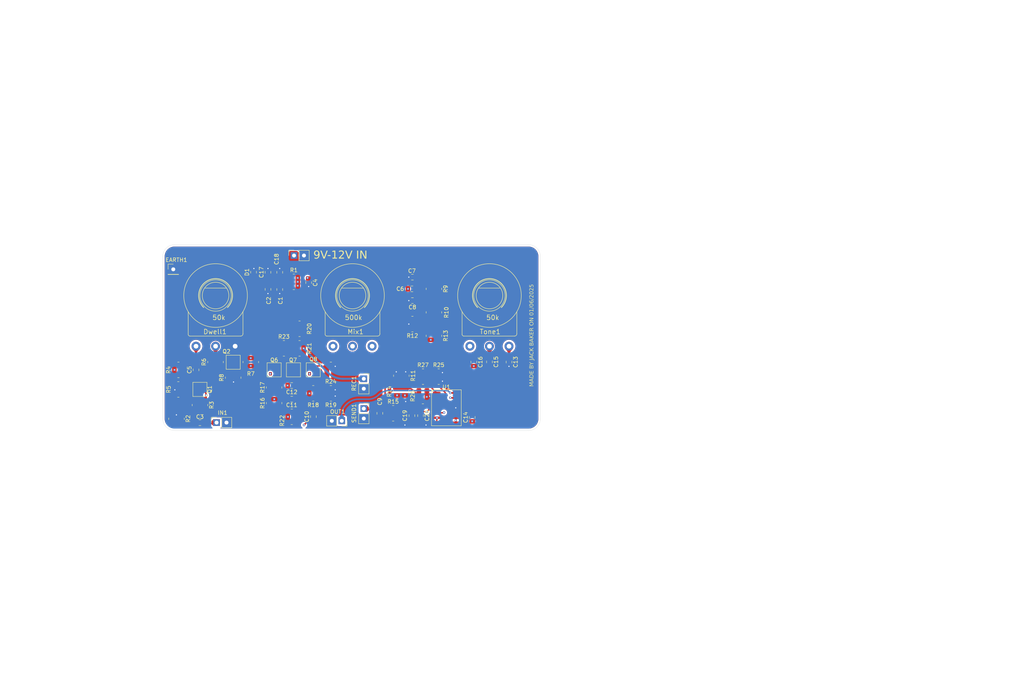
<source format=kicad_pcb>
(kicad_pcb (version 20240108) (generator "pcbnew") (generator_version "8.0")
  (layers (0 "F.Cu" signal) (1 "In1.Cu" signal) (2 "In2.Cu" signal) (31 "B.Cu" signal) (34 "B.Paste" user) (35 "F.Paste" user) (36 "B.SilkS" user "B.Silkscreen") (37 "F.SilkS" user "F.Silkscreen") (38 "B.Mask" user) (39 "F.Mask" user) (44 "Edge.Cuts" user))
  (net 0 "")
  (net 1 "GND")
  (net 2 "VCC_Raw")
  (net 3 "Net-(IN1-Pin_1)")
  (net 4 "VCC")
  (net 5 "Net-(C5-Pad2)")
  (net 6 "Net-(Q1-D)")
  (net 7 "Net-(C6-Pad2)")
  (net 8 "Net-(Q2-D)")
  (net 9 "Net-(C9-Pad1)")
  (net 10 "Net-(Q8-G)")
  (net 11 "Net-(Q1-G)")
  (net 12 "Net-(Q6-S)")
  (net 13 "Net-(Q6-G)")
  (net 14 "Net-(U1C-+)")
  (net 15 "Net-(C15-Pad1)")
  (net 16 "Net-(Dwell1-Pad2)")
  (net 17 "Net-(OUT1-Pin_1)")
  (net 18 "Net-(Q1-S)")
  (net 19 "Net-(Q2-S)")
  (net 20 "Net-(Q2-G)")
  (net 21 "Net-(U1B-+)")
  (net 22 "Net-(U1B--)")
  (net 23 "Net-(Q7-S)")
  (net 24 "Net-(Q7-G)")
  (net 25 "Net-(Q8-S)")
  (net 26 "Net-(R10-Pad1)")
  (net 27 "Net-(C3-Pad2)")
  (net 28 "Net-(C8-Pad1)")
  (net 29 "Net-(C12-Pad2)")
  (net 30 "Net-(SEND1-Pin_1)")
  (net 31 "Net-(REC1-Pin_1)")
  (net 32 "Net-(C13-Pad1)")
  (net 33 "Net-(U1C--)")
  (net 34 "Net-(U1A--)")
  (net 35 "Net-(U1A-+)")
  (net 36 "Vref")
  (net 37 "Net-(U1D--)")
  (footprint "Resistor_SMD:R_0815_2038Metric_Pad1.20x4.05mm_HandSolder" (layer "F.Cu") (at 135.0425 112.235)
    (property "Reference" "R25")
    (property "Value" "10k")
  )
  (footprint "PCM_Package_TO_SOT_SMD_AKL:SOT-23" (layer "F.Cu") (at 102.975001 110.5 90)
    (property "Reference" "Q8")
    (property "Value" "Q_NJFET_DGS" (hide yes))
  )
  (footprint "Resistor_SMD:R_0815_2038Metric_Pad1.20x4.05mm_HandSolder" (layer "F.Cu") (at 78.012501 108.5 90)
    (property "Reference" "R6")
    (property "Value" "10k")
  )
  (footprint "Connector_PinSocket_2.54mm:PinSocket_1x02_P2.54mm_Vertical" (layer "F.Cu") (at 110.262501 123.525 -90)
    (property "Reference" "OUT1")
    (property "Value" "Conn_01x02" (hide yes))
  )
  (footprint "Capacitor_SMD:C_0805_2012Metric_Pad1.18x1.45mm_HandSolder" (layer "F.Cu") (at 143.6 122.6375 90)
    (property "Reference" "C14")
    (property "Value" "100n")
  )
  (footprint "Capacitor_SMD:C_0805_2012Metric_Pad1.18x1.45mm_HandSolder" (layer "F.Cu") (at 97.475001 114.5 180)
    (property "Reference" "C12")
    (property "Value" "100u")
  )
  (footprint "Capacitor_SMD:C_0805_2012Metric_Pad1.18x1.45mm_HandSolder" (layer "F.Cu") (at 94.412501 85.5625 90)
    (property "Reference" "C18")
    (property "Value" "100u")
  )
  (footprint "Resistor_SMD:R_0815_2038Metric_Pad1.20x4.05mm_HandSolder" (layer "F.Cu") (at 68.012501 123 -90)
    (property "Reference" "R2")
    (property "Value" "1M")
  )
  (footprint "Capacitor_SMD:C_0805_2012Metric_Pad1.18x1.45mm_HandSolder" (layer "F.Cu") (at 101.812501 88.2 -90)
    (property "Reference" "C4")
    (property "Value" "100u")
  )
  (footprint "Resistor_SMD:R_0815_2038Metric_Pad1.20x4.05mm_HandSolder" (layer "F.Cu") (at 102.975001 116.5 180)
    (property "Reference" "R18")
    (property "Value" "2M2")
  )
  (footprint "Resistor_SMD:R_0815_2038Metric_Pad1.20x4.05mm_HandSolder" (layer "F.Cu") (at 125.3975 116.024999 90)
    (property "Reference" "R14")
    (property "Value" "10k")
  )
  (footprint "Capacitor_SMD:C_0805_2012Metric_Pad1.18x1.45mm_HandSolder" (layer "F.Cu") (at 148.012501 108.4625 -90)
    (property "Reference" "C15")
    (property "Value" "220p")
  )
  (footprint "Resistor_SMD:R_0815_2038Metric_Pad1.20x4.05mm_HandSolder" (layer "F.Cu") (at 68.487502 115.5)
    (property "Reference" "R5")
    (property "Value" "390r")
  )
  (footprint "Resistor_SMD:R_0815_2038Metric_Pad1.20x4.05mm_HandSolder" (layer "F.Cu") (at 133.816026 89.799966 90)
    (property "Reference" "R9")
    (property "Value" "10k")
  )
  (footprint "Resistor_SMD:R_0815_2038Metric_Pad1.20x4.05mm_HandSolder" (layer "F.Cu") (at 92.975001 115 90)
    (property "Reference" "R17")
    (property "Value" "2M2")
  )
  (footprint "PCM_Package_TO_SOT_SMD_AKL:SOT-23" (layer "F.Cu") (at 92.975001 110.5 90)
    (property "Reference" "Q6")
    (property "Value" "Q_NJFET_DGS" (hide yes))
  )
  (footprint "Capacitor_SMD:C_0805_2012Metric_Pad1.18x1.45mm_HandSolder" (layer "F.Cu") (at 87.722501 85.525 90)
    (property "Reference" "D1")
    (property "Value" "D")
  )
  (footprint "PCM_Package_SO_AKL:SOIC-14_3.9x8.7mm_P1.27mm" (layer "F.Cu") (at 136.9975 120.2)
    (property "Reference" "U1")
    (property "Value" "OPA4991" (hide yes))
  )
  (footprint "Connector_PinSocket_2.54mm:PinSocket_1x02_P2.54mm_Vertical" (layer "F.Cu") (at 78.262501 123.975 90)
    (property "Reference" "IN1")
    (property "Value" "Conn_01x02" (hide yes))
  )
  (footprint "Resistor_SMD:R_0815_2038Metric_Pad1.20x4.05mm_HandSolder" (layer "F.Cu") (at 133.816027 101.799967 90)
    (property "Reference" "R13")
    (property "Value" "10k")
  )
  (footprint "Resistor_SMD:R_0815_2038Metric_Pad1.20x4.05mm_HandSolder" (layer "F.Cu") (at 99.475001 100 180)
    (property "Reference" "R20")
    (property "Value" "1M")
  )
  (footprint "PCM_4ms_Potentiometer:Pot_16mm_NoDet_RV16AF-4A" (layer "F.Cu") (at 113.012501 91.5)
    (property "Reference" "Mix1")
    (property "Value" "500k")
  )
  (footprint "Capacitor_SMD:C_0805_2012Metric_Pad1.18x1.45mm_HandSolder" (layer "F.Cu") (at 144.012501 108.5 -90)
    (property "Reference" "C16")
    (property "Value" "220p")
  )
  (footprint "Resistor_SMD:R_0815_2038Metric_Pad1.20x4.05mm_HandSolder" (layer "F.Cu") (at 125.484999 112 90)
    (property "Reference" "R11")
    (property "Value" "10k")
  )
  (footprint "Resistor_SMD:R_0815_2038Metric_Pad1.20x4.05mm_HandSolder" (layer "F.Cu") (at 99.475001 105)
    (property "Reference" "R21")
    (property "Value" "10k")
  )
  (footprint "Resistor_SMD:R_0815_2038Metric_Pad1.20x4.05mm_HandSolder" (layer "F.Cu") (at 74.012501 119.5 -90)
    (property "Reference" "R3")
    (property "Value" "10k")
  )
  (footprint "Capacitor_SMD:C_0805_2012Metric_Pad1.18x1.45mm_HandSolder" (layer "F.Cu") (at 94.412501 89.9625 -90)
    (property "Reference" "C1")
    (property "Value" "100u")
  )
  (footprint "Resistor_SMD:R_0815_2038Metric_Pad1.20x4.05mm_HandSolder" (layer "F.Cu") (at 68.512501 110.5 180)
    (property "Reference" "R4")
    (property "Value" "2k2")
  )
  (footprint "Connector_PinSocket_2.54mm:PinSocket_1x02_P2.54mm_Vertical" (layer "F.Cu") (at 115.892501 112.78)
    (property "Reference" "REC1")
    (property "Value" "Conn_01x02")
  )
  (footprint "Resistor_SMD:R_0815_2038Metric_Pad1.20x4.05mm_HandSolder" (layer "F.Cu") (at 95.475001 105)
    (property "Reference" "R23")
    (property "Value" "390r")
  )
  (footprint "Resistor_SMD:R_0815_2038Metric_Pad1.20x4.05mm_HandSolder" (layer "F.Cu") (at 92.975001 119 90)
    (property "Reference" "R16")
    (property "Value" "2M2")
  )
  (footprint "Capacitor_SMD:C_0805_2012Metric_Pad1.18x1.45mm_HandSolder" (layer "F.Cu") (at 97.475001 118)
    (property "Reference" "C11")
    (property "Value" "100u")
  )
  (footprint "PCM_Package_TO_SOT_SMD_AKL:SOT-23" (layer "F.Cu") (at 97.919918 110.500001 90)
    (property "Reference" "Q7")
    (property "Value" "Q_NJFET_DGS" (hide yes))
  )
  (footprint "Capacitor_SMD:C_0805_2012Metric_Pad1.18x1.45mm_HandSolder" (layer "F.Cu") (at 103.012501 122.4625 90)
    (property "Reference" "C10")
    (property "Value" "100n")
  )
  (footprint "Resistor_SMD:R_0815_2038Metric_Pad1.20x4.05mm_HandSolder" (layer "F.Cu") (at 98.012501 88)
    (property "Reference" "R1")
    (property "Value" "22r")
  )
  (footprint "Capacitor_SMD:C_0805_2012Metric_Pad1.18x1.45mm_HandSolder" (layer "F.Cu") (at 128.316027 92.799967 180)
    (property "Reference" "C8")
    (property "Value" "100u")
  )
  (footprint "Capacitor_SMD:C_0805_2012Metric_Pad1.18x1.45mm_HandSolder" (layer "F.Cu") (at 128.2 122.2 -90)
    (property "Reference" "C19")
    (property "Value" "100u")
  )
  (footprint "PCM_4ms_Potentiometer:Pot_16mm_NoDet_RV16AF-4A" (layer "F.Cu") (at 78.012501 91.5)
    (property "Reference" "Dwell1")
    (property "Value" "50k")
  )
  (footprint "Capacitor_SMD:C_0805_2012Metric_Pad1.18x1.45mm_HandSolder" (layer "F.Cu") (at 91.412501 89.925 -90)
    (property "Reference" "C2")
    (property "Value" "100n")
  )
  (footprint "Resistor_SMD:R_0815_2038Metric_Pad1.20x4.05mm_HandSolder" (layer "F.Cu") (at 133.816027 95.799968 90)
    (property "Reference" "R10")
    (property "Value" "10k")
  )
  (footprint "Resistor_SMD:R_0815_2038Metric_Pad1.20x4.05mm_HandSolder" (layer "F.Cu") (at 107.475001 110.500001 180)
    (property "Reference" "R24")
    (property "Value" "100k")
  )
  (footprint "PCM_Package_TO_SOT_SMD_AKL:SOT-23" (layer "F.Cu") (at 82.512501 108.55)
    (property "Reference" "Q2")
    (property "Value" "Q_NJFET_DGS" (hide yes))
  )
  (footprint "Resistor_SMD:R_0815_2038Metric_Pad1.20x4.05mm_HandSolder" (layer "F.Cu") (at 87.012501 108.5 -90)
    (property "Reference" "R7")
    (property "Value" "2k2")
  )
  (footprint "Resistor_SMD:R_0815_2038Metric_Pad1.20x4.05mm_HandSolder" (layer "F.Cu") (at 131.025 112.235)
    (property "Reference" "R27")
    (property "Value" "10k")
  )
  (footprint "Capacitor_SMD:C_0805_2012Metric_Pad1.18x1.45mm_HandSolder" (layer "F.Cu") (at 128.316027 86.799967 180)
    (property "Reference" "C7")
    (property "Value" "22n")
  )
  (footprint "Capacitor_SMD:C_0805_2012Metric_Pad1.18x1.45mm_HandSolder" (layer "F.Cu") (at 130.4 122.2 -90)
    (property "Reference" "C20")
    (property "Value" "100n")
  )
  (footprint "Resistor_SMD:R_0815_2038Metric_Pad1.20x4.05mm_HandSolder" (layer "F.Cu") (at 131 117.2)
    (property "Reference" "R26")
    (property "Value" "1M")
  )
  (footprint "Resistor_SMD:R_0815_2038Metric_Pad1.20x4.05mm_HandSolder" (layer "F.Cu") (at 82.512501 112.5 90)
    (property "Reference" "R8")
    (property "Value" "390r")
  )
  (footprint "Capacitor_SMD:C_0805_2012Metric_Pad1.18x1.45mm_HandSolder" (layer "F.Cu") (at 120 121.6 -90)
    (property "Reference" "C9")
    (property "Value" "100u")
  )
  (footprint "Resistor_SMD:R_0815_2038Metric_Pad1.20x4.05mm_HandSolder" (layer "F.Cu") (at 123.4 121.6)
    (property "Reference" "R15")
    (property "Value" "10k")
  )
  (footprint "Resistor_SMD:R_0815_2038Metric_Pad1.20x4.05mm_HandSolder" (layer "F.Cu") (at 97.475001 122.5 180)
    (property "Reference" "R22")
    (property "Value" "100k")
  )
  (footprint "Connector_PinHeader_2.54mm:PinHeader_1x01_P2.54mm_Vertical" (layer "F.Cu") (at 67.2 84.8)
    (property "Reference" "EARTH1")
    (property "Value" "Conn_01x01")
  )
  (footprint "Capacitor_SMD:C_0805_2012Metric_Pad1.18x1.45mm_HandSolder" (layer "F.Cu") (at 128.2 89.8)
    (property "Reference" "C6")
    (property "Value" "100n")
  )
  (footprint "PCM_Package_TO_SOT_SMD_AKL:SOT-23" (layer "F.Cu") (at 74.012501 115.5 -90)
    (property "Reference" "Q1")
    (property "Value" "Q_NJFET_DGS" (hide yes))
  )
  (footprint "PCM_4ms_Potentiometer:Pot_16mm_NoDet_RV16AF-4A" (layer "F.Cu") (at 148.012501 91.5)
    (property "Reference" "Tone1")
    (property "Value" "50k")
  )
  (footprint "Resistor_SMD:R_0815_2038Metric_Pad1.20x4.05mm_HandSolder" (layer "F.Cu") (at 128.316027 98.799965 180)
    (property "Reference" "R12")
    (property "Value" "4k7")
  )
  (footprint "Resistor_SMD:R_0815_2038Metric_Pad1.20x4.05mm_HandSolder" (layer "F.Cu") (at 107.475001 116.5 180)
    (property "Reference" "R19")
    (property "Value" "2M2")
  )
  (footprint "Capacitor_SMD:C_0805_2012Metric_Pad1.18x1.45mm_HandSolder" (layer "F.Cu") (at 153.012501 108.5 -90)
    (property "Reference" "C13")
    (property "Value" "10n")
  )
  (footprint "Connector_PinSocket_2.54mm:PinSocket_1x02_P2.54mm_Vertical" (layer "F.Cu") (at 115.892501 120.4)
    (property "Reference" "SEND1")
    (property "Value" "Conn_01x02")
  )
  (footprint "Capacitor_SMD:C_0805_2012Metric_Pad1.18x1.45mm_HandSolder" (layer "F.Cu") (at 73.012501 110.5 90)
    (property "Reference" "C5")
    (property "Value" "10n")
  )
  (footprint "Capacitor_SMD:C_0805_2012Metric_Pad1.18x1.45mm_HandSolder" (layer "F.Cu") (at 74.012501 124 180)
    (property "Reference" "C3")
    (property "Value" "100n")
  )
  (footprint "Capacitor_SMD:C_0805_2012Metric_Pad1.18x1.45mm_HandSolder" (layer "F.Cu") (at 91.402501 85.5625 90)
    (property "Reference" "C17")
    (property "Value" "100u")
  )
  (footprint "Connector_PinSocket_2.54mm:PinSocket_1x02_P2.54mm_Vertical" (layer "F.Cu") (at 98.062501 81.275 90)
    (property "Reference" "JPWR1" (hide yes))
    (property "Value" "Conn_01x02")
  )
  (gr_arc (start 161.012501 123) (mid 160.133821 125.12132) (end 158.012501 126) (stroke (width 0.05)) (layer "Edge.Cuts"))
  (gr_arc (start 67.512501 126) (mid 65.391181 125.12132) (end 64.512501 123) (stroke (width 0.05)) (layer "Edge.Cuts"))
  (gr_arc (start 158.012501 78.5) (mid 160.133821 79.37868) (end 161.012501 81.5) (stroke (width 0.05)) (layer "Edge.Cuts"))
  (gr_line (start 158.012501 126) (end 67.512501 126) (stroke (width 0.05)) (layer "Edge.Cuts"))
  (gr_line (start 64.512501 123) (end 64.512501 81.5) (stroke (width 0.05)) (layer "Edge.Cuts"))
  (gr_arc (start 64.512501 81.5) (mid 65.391181 79.37868) (end 67.512501 78.5) (stroke (width 0.05)) (layer "Edge.Cuts"))
  (gr_line (start 67.512501 78.5) (end 158.012501 78.5) (stroke (width 0.05)) (layer "Edge.Cuts"))
  (gr_line (start 161.012501 81.5) (end 161.012501 123) (stroke (width 0.05)) (layer "Edge.Cuts"))
  (gr_text "MADE BY JACK BAKER ON 01/06/2025" (at 159.4 114.8 90) (layer "F.SilkS") (effects (font (size 1 1) (thickness 0.1)) (justify left bottom)))
  (gr_text "9V-12V IN" (at 103 82.4 0) (layer "F.SilkS") (effects (font (size 2 2) (thickness 0.1)) (justify left bottom)))
  (via (at 126.6 111) (size 0.6) (drill 0.3) (layers "F.Cu" "B.Cu") (net 1))
  (via (at 68 122) (size 0.6) (drill 0.3) (layers "F.Cu" "B.Cu") (net 1))
  (via (at 136 113.4) (size 0.6) (drill 0.3) (layers "F.Cu" "B.Cu") (net 1))
  (via (at 108.6 115.6) (size 0.6) (drill 0.3) (layers "F.Cu" "B.Cu") (net 1))
  (via (at 101.8 89.2) (size 0.6) (drill 0.3) (layers "F.Cu" "B.Cu") (net 1))
  (via (at 139.4 120.2) (size 0.6) (drill 0.3) (layers "F.Cu" "B.Cu") (net 1))
  (via (at 131.8 124.6) (size 0.6) (drill 0.3) (layers "F.Cu" "B.Cu") (net 1))
  (via (at 108.6 109.6) (size 0.6) (drill 0.3) (layers "F.Cu" "B.Cu") (net 1))
  (via (at 91.4 91) (size 0.6) (drill 0.3) (layers "F.Cu" "B.Cu") (net 1))
  (via (at 153 109.6) (size 0.6) (drill 0.3) (layers "F.Cu" "B.Cu") (net 1))
  (via (at 136 111.2) (size 0.6) (drill 0.3) (layers "F.Cu" "B.Cu") (net 1))
  (via (at 127.4 92.8) (size 0.6) (drill 0.3) (layers "F.Cu" "B.Cu") (net 1))
  (via (at 94.4 91) (size 0.6) (drill 0.3) (layers "F.Cu" "B.Cu") (net 1))
  (via (at 87.8 84.6) (size 0.6) (drill 0.3) (layers "F.Cu" "B.Cu") (net 1))
  (via (at 82.6 113.6) (size 0.6) (drill 0.3) (layers "F.Cu" "B.Cu") (net 1))
  (via (at 94.4 84.6) (size 0.6) (drill 0.3) (layers "F.Cu" "B.Cu") (net 1))
  (via (at 124.2 111) (size 0.6) (drill 0.3) (layers "F.Cu" "B.Cu") (net 1))
  (via (at 126.4 124.6) (size 0.6) (drill 0.3) (layers "F.Cu" "B.Cu") (net 1))
  (via (at 126.6 118.6) (size 0.6) (drill 0.3) (layers "F.Cu" "B.Cu") (net 1))
  (via (at 108.6 117.2) (size 0.6) (drill 0.3) (layers "F.Cu" "B.Cu") (net 1))
  (via (at 127.4 98.8) (size 0.6) (drill 0.3) (layers "F.Cu" "B.Cu") (net 1))
  (via (at 67.6 115.6) (size 0.6) (drill 0.3) (layers "F.Cu" "B.Cu") (net 1))
  (via (at 91.4 84.6) (size 0.6) (drill 0.3) (layers "F.Cu" "B.Cu") (net 1))
  (via (at 127.4 86.8) (size 0.6) (drill 0.3) (layers "F.Cu" "B.Cu") (net 1))
  (segment (start 78.219823 124) (end 75.050001 124) (width 0.35) (layer "F.Cu") (net 3))
  (segment (start 78.250001 123.9875) (end 78.262501 123.975) (width 0.35) (layer "F.Cu") (net 3))
  (arc (start 78.219823 124) (mid 78.236155 123.996751) (end 78.250001 123.9875) (width 0.35) (layer "F.Cu") (net 3))
  (segment (start 133.707106 120.2) (end 134.5225 120.2) (width 0.35) (layer "F.Cu") (net 4))
  (segment (start 131.98125 121.18125) (end 132 121.2) (width 0.35) (layer "F.Cu") (net 4))
  (segment (start 131.935983 121.1625) (end 128.2 121.1625) (width 0.35) (layer "F.Cu") (net 4))
  (segment (start 132 121.2) (end 132.5 120.7) (width 0.35) (layer "F.Cu") (net 4))
  (via (at 96.512501 122.5) (size 0.6) (drill 0.3) (layers "F.Cu" "B.Cu") (net 4))
  (via (at 92 111.5) (size 0.6) (drill 0.3) (layers "F.Cu" "B.Cu") (net 4))
  (via (at 87.012501 109.5) (size 0.6) (drill 0.3) (layers "F.Cu" "B.Cu") (net 4))
  (via (at 143.6 123.6375) (size 0.6) (drill 0.3) (layers "F.Cu" "B.Cu") (net 4))
  (via (at 102.012501 111.5) (size 0.6) (drill 0.3) (layers "F.Cu" "B.Cu") (net 4))
  (via (at 124.4 117) (size 0.6) (drill 0.3) (layers "F.Cu" "B.Cu") (net 4))
  (via (at 99.012501 87) (size 0.6) (drill 0.3) (layers "F.Cu" "B.Cu") (net 4))
  (via (at 99.012501 89) (size 0.6) (drill 0.3) (layers "F.Cu" "B.Cu") (net 4))
  (via (at 102.012501 116.5) (size 0.6) (drill 0.3) (layers "F.Cu" "B.Cu") (net 4))
  (via (at 132 121.2) (size 0.6) (drill 0.3) (layers "F.Cu" "B.Cu") (net 4))
  (via (at 67.512501 110.5) (size 0.6) (drill 0.3) (layers "F.Cu" "B.Cu") (net 4))
  (via (at 126.4 117) (size 0.6) (drill 0.3) (layers "F.Cu" "B.Cu") (net 4))
  (via (at 101.512501 87) (size 0.6) (drill 0.3) (layers "F.Cu" "B.Cu") (net 4))
  (via (at 93.012501 118) (size 0.6) (drill 0.3) (layers "F.Cu" "B.Cu") (net 4))
  (via (at 99.012501 88) (size 0.6) (drill 0.3) (layers "F.Cu" "B.Cu") (net 4))
  (arc (start 131.98125 121.18125) (mid 131.960481 121.167372) (end 131.935983 121.1625) (width 0.35) (layer "F.Cu") (net 4))
  (arc (start 133.707106 120.2) (mid 133.053825 120.329945) (end 132.5 120.7) (width 0.35) (layer "F.Cu") (net 4))
  (segment (start 73.012501 104.454) (end 73.012501 109.4625) (width 0.35) (layer "F.Cu") (net 5))
  (segment (start 72.881251 111.5375) (end 71.308623 111.5375) (width 0.35) (layer "F.Cu") (net 6))
  (segment (start 74.697335 113.484834) (end 73.105308 111.892807) (width 0.35) (layer "F.Cu") (net 6))
  (segment (start 70.05625 111.01875) (end 69.5375 110.5) (width 0.35) (layer "F.Cu") (net 6))
  (segment (start 74.962501 114.125) (end 74.962501 114.5) (width 0.35) (layer "F.Cu") (net 6))
  (arc (start 73.012501 111.66875) (mid 73.03662 111.790008) (end 73.105308 111.892807) (width 0.35) (layer "F.Cu") (net 6))
  (arc (start 71.308623 111.5375) (mid 70.630843 111.402681) (end 70.05625 111.01875) (width 0.35) (layer "F.Cu") (net 6))
  (arc (start 73.012501 111.66875) (mid 72.974058 111.575942) (end 72.881251 111.5375) (width 0.35) (layer "F.Cu") (net 6))
  (arc (start 74.697335 113.484834) (mid 74.893586 113.778544) (end 74.962501 114.125) (width 0.35) (layer "F.Cu") (net 6))
  (segment (start 129.750016 89.287483) (end 129.2375 89.8) (width 0.35) (layer "F.Cu") (net 7))
  (segment (start 132.644454 88.774967) (end 130.98734 88.774967) (width 0.35) (layer "F.Cu") (net 7))
  (segment (start 130.449063 87.895503) (end 129.353527 86.799967) (width 0.35) (layer "F.Cu") (net 7))
  (segment (start 132.644454 88.774967) (end 132.572276 88.774967) (width 0.35) (layer "F.Cu") (net 7))
  (arc (start 130.449063 87.895503) (mid 131.423201 88.546401) (end 132.572276 88.774967) (width 0.35) (layer "F.Cu") (net 7))
  (arc (start 130.98734 88.774967) (mid 130.317705 88.908165) (end 129.750016 89.287483) (width 0.35) (layer "F.Cu") (net 7))
  (arc (start 132.644454 88.774967) (mid 132.644454 88.774967) (end 132.644454 88.774967) (width 0.35) (layer "F.Cu") (net 7))
  (segment (start 87.012501 107.5) (end 87.012501 107.475001) (width 0.35) (layer "F.Cu") (net 8))
  (segment (start 81.575 107.5375) (end 81.512501 107.6) (width 0.35) (layer "F.Cu") (net 8))
  (segment (start 87.012501 107.5) (end 81.725886 107.475412) (width 0.35) (layer "F.Cu") (net 8))
  (via (at 87.012501 107.5) (size 0.6) (drill 0.3) (layers "F.Cu" "B.Cu") (net 8))
  (via (at 127.2 89.8) (size 0.6) (drill 0.3) (layers "F.Cu" "B.Cu") (net 8))
  (arc (start 81.575 107.5375) (mid 81.64423 107.491358) (end 81.725886 107.475412) (width 0.35) (layer "F.Cu") (net 8))
  (segment (start 130.4 114.4) (end 130.655459 114.655485) (width 0.35) (layer "F.Cu") (net 9))
  (segment (start 124.175564 109.2) (end 126.927207 109.2) (width 0.35) (layer "F.Cu") (net 9))
  (segment (start 130 113.434314) (end 130 112.8525) (width 0.35) (layer "F.Cu") (net 9))
  (segment (start 121.810379 121.035378) (end 122.375001 121.6) (width 0.35) (layer "F.Cu") (net 9))
  (segment (start 121.337501 119.893749) (end 121.337501 112.038063) (width 0.35) (layer "F.Cu") (net 9))
  (segment (start 130 111.6175) (end 130 112.8525) (width 0.35) (layer "F.Cu") (net 9))
  (segment (start 133.088264 114.955764) (end 134.5225 116.39) (width 0.35) (layer "F.Cu") (net 9))
  (segment (start 120.66875 120.5625) (end 120 120.5625) (width 0.35) (layer "F.Cu") (net 9))
  (segment (start 129.1 110.1) (end 129.563361 110.563361) (width 0.35) (layer "F.Cu") (net 9))
  (segment (start 132.712216 114.8) (end 131.004324 114.8) (width 0.35) (layer "F.Cu") (net 9))
  (arc (start 121.810379 121.035378) (mid 121.286595 120.685396) (end 120.66875 120.5625) (width 0.35) (layer "F.Cu") (net 9))
  (arc (start 130.655459 114.655485) (mid 130.815518 114.762441) (end 131.004324 114.8) (width 0.35) (layer "F.Cu") (net 9))
  (arc (start 122.16875 110.031249) (mid 121.553535 110.951983) (end 121.337501 112.038063) (width 0.35) (layer "F.Cu") (net 9))
  (arc (start 130 113.434314) (mid 130.103956 113.956939) (end 130.4 114.4) (width 0.35) (layer "F.Cu") (net 9))
  (arc (start 124.175564 109.2) (mid 123.089484 109.416034) (end 122.16875 110.031249) (width 0.35) (layer "F.Cu") (net 9))
  (arc (start 129.1 110.1) (mid 128.103114 109.433902) (end 126.927207 109.2) (width 0.35) (layer "F.Cu") (net 9))
  (arc (start 120.66875 120.5625) (mid 121.141628 120.366627) (end 121.337501 119.893749) (width 0.35) (layer "F.Cu") (net 9))
  (arc (start 129.563361 110.563361) (mid 129.886521 111.047004) (end 130 111.6175) (width 0.35) (layer "F.Cu") (net 9))
  (arc (start 133.088264 114.955764) (mid 132.915732 114.840482) (end 132.712216 114.8) (width 0.35) (layer "F.Cu") (net 9))
  (arc (start 121.337501 119.893749) (mid 121.460397 120.511594) (end 121.810379 121.035378) (width 0.35) (layer "F.Cu") (net 9))
  (segment (start 104.053032 116.5) (end 106.450002 116.5) (width 0.35) (layer "F.Cu") (net 10))
  (segment (start 103.50625 120.93125) (end 103.012501 121.425) (width 0.35) (layer "F.Cu") (net 10))
  (segment (start 104 116.553032) (end 104 119.739233) (width 0.35) (layer "F.Cu") (net 10))
  (segment (start 103.925001 116.371968) (end 103.925001 111.5) (width 0.35) (layer "F.Cu") (net 10))
  (arc (start 103.50625 120.93125) (mid 103.871678 120.384348) (end 104 119.739233) (width 0.35) (layer "F.Cu") (net 10))
  (arc (start 103.9625 116.4625) (mid 103.990254 116.504036) (end 104 116.553032) (width 0.35) (layer "F.Cu") (net 10))
  (arc (start 104.053032 116.5) (mid 104.015532 116.515532) (end 104 116.553032) (width 0.35) (layer "F.Cu") (net 10))
  (arc (start 103.9625 116.4625) (mid 104.004036 116.490254) (end 104.053032 116.5) (width 0.35) (layer "F.Cu") (net 10))
  (arc (start 103.9625 116.4625) (mid 103.934746 116.420963) (end 103.925001 116.371968) (width 0.35) (layer "F.Cu") (net 10))
  (segment (start 101.252881 123.959619) (end 100.612501 124.6) (width 0.35) (layer "F.Cu") (net 11))
  (segment (start 75.612501 117) (end 75.612501 116.75) (width 0.35) (layer "F.Cu") (net 11))
  (segment (start 74.630912 118.475001) (end 74.012501 118.475001) (width 0.35) (layer "F.Cu") (net 11))
  (segment (start 73.337501 114.5) (end 73.062501 114.5) (width 0.35) (layer "F.Cu") (net 11))
  (segment (start 75.612501 117.493412) (end 75.612501 117) (width 0.35) (layer "F.Cu") (net 11))
  (segment (start 102.362501 123.5) (end 103.012501 123.5) (width 0.35) (layer "F.Cu") (net 11))
  (segment (start 75.435724 116.323223) (end 73.806955 114.694454) (width 0.35) (layer "F.Cu") (net 11))
  (via (at 75.612501 117) (size 0.6) (drill 0.3) (layers "F.Cu" "B.Cu") (net 11))
  (via (at 100.612501 124.6) (size 0.6) (drill 0.3) (layers "F.Cu" "B.Cu") (net 11))
  (arc (start 102.362501 123.5) (mid 101.761979 123.619451) (end 101.252881 123.959619) (width 0.35) (layer "F.Cu") (net 11))
  (arc (start 75.612501 117.493412) (mid 75.537781 117.86905) (end 75.325 118.1875) (width 0.35) (layer "F.Cu") (net 11))
  (arc (start 75.612501 116.75) (mid 75.566558 116.51903) (end 75.435724 116.323223) (width 0.35) (layer "F.Cu") (net 11))
  (arc (start 73.337501 114.5) (mid 73.591567 114.550536) (end 73.806955 114.694454) (width 0.35) (layer "F.Cu") (net 11))
  (arc (start 75.325 118.1875) (mid 75.00655 118.400281) (end 74.630912 118.475001) (width 0.35) (layer "F.Cu") (net 11))
  (segment (start 97.997226 112.527309) (end 96.969918 111.500001) (width 0.35) (layer "F.Cu") (net 12))
  (segment (start 98.512501 113.771292) (end 98.512501 114.5) (width 0.35) (layer "F.Cu") (net 12))
  (segment (start 98.512501 118) (end 98.512501 114.5) (width 0.35) (layer "F.Cu") (net 12))
  (segment (start 98.512501 118) (end 98.512501 122.478659) (width 0.35) (layer "F.Cu") (net 12))
  (segment (start 98.50625 122.493749) (end 98.5 122.5) (width 0.35) (layer "F.Cu") (net 12))
  (segment (start 95.675226 110.205309) (end 96.969918 111.500001) (width 0.35) (layer "F.Cu") (net 12))
  (segment (start 93.972459 109.5) (end 92.975001 109.5) (width 0.35) (layer "F.Cu") (net 12))
  (arc (start 98.512501 113.771292) (mid 98.378585 113.098053) (end 97.997226 112.527309) (width 0.35) (layer "F.Cu") (net 12))
  (arc (start 98.50625 122.493749) (mid 98.510876 122.486825) (end 98.512501 122.478659) (width 0.35) (layer "F.Cu") (net 12))
  (arc (start 93.972459 109.5) (mid 94.893989 109.683303) (end 95.675226 110.205309) (width 0.35) (layer "F.Cu") (net 12))
  (segment (start 94.920735 119.516765) (end 96.437501 118) (width 0.35) (layer "F.Cu") (net 13))
  (segment (start 95.897161 115.931349) (end 94.282279 114.316467) (width 0.35) (layer "F.Cu") (net 13))
  (segment (start 93.693751 120.024999) (end 92.975001 120.024999) (width 0.35) (layer "F.Cu") (net 13))
  (segment (start 96.437501 117.235844) (end 96.437501 118) (width 0.35) (layer "F.Cu") (net 13))
  (segment (start 93.925001 112.353249) (end 93.925001 111.5) (width 0.35) (layer "F.Cu") (net 13))
  (segment (start 93.316467 113.633534) (end 93.45 113.5) (width 0.35) (layer "F.Cu") (net 13))
  (arc (start 95.897161 115.931349) (mid 96.297071 116.529856) (end 96.437501 117.235844) (width 0.35) (layer "F.Cu") (net 13))
  (arc (start 94.920735 119.516765) (mid 94.35779 119.892913) (end 93.693751 120.024999) (width 0.35) (layer "F.Cu") (net 13))
  (arc (start 93.925001 112.353249) (mid 93.801552 112.973866) (end 93.45 113.5) (width 0.35) (layer "F.Cu") (net 13))
  (arc (start 93.316467 113.633534) (mid 93.273106 113.851521) (end 93.457907 113.975001) (width 0.35) (layer "F.Cu") (net 13))
  (arc (start 94.282279 114.316467) (mid 93.904053 114.063745) (end 93.457907 113.975001) (width 0.35) (layer "F.Cu") (net 13))
  (segment (start 143.535 121.535) (end 143.6 121.6) (width 0.35) (layer "F.Cu") (net 14))
  (segment (start 143.378076 121.47) (end 139.4725 121.47) (width 0.35) (layer "F.Cu") (net 14))
  (arc (start 143.535 121.535) (mid 143.463002 121.486892) (end 143.378076 121.47) (width 0.35) (layer "F.Cu") (net 14))
  (segment (start 144.031251 107.44375) (end 144.012501 107.4625) (width 0.5) (layer "F.Cu") (net 15))
  (segment (start 148.012501 107.425) (end 148.012501 104.454) (width 0.5) (layer "F.Cu") (net 15))
  (segment (start 148.012501 107.425) (end 144.076517 107.425) (width 0.5) (layer "F.Cu") (net 15))
  (arc (start 144.031251 107.44375) (mid 144.052019 107.429872) (end 144.076517 107.425) (width 0.5) (layer "F.Cu") (net 15))
  (segment (start 78.012501 104.454) (end 78.012501 107.475001) (width 0.35) (layer "F.Cu") (net 16))
  (segment (start 138 116.4) (end 138.005 116.395) (width 0.35) (layer "F.Cu") (net 17))
  (segment (start 140.562166 118.93) (end 139.4725 118.93) (width 0.35) (layer "F.Cu") (net 17))
  (segment (start 140.8225 117.030166) (end 140.8225 118.669666) (width 0.35) (layer "F.Cu") (net 17))
  (segment (start 138.985 116.39) (end 138.017071 116.39) (width 0.35) (layer "F.Cu") (net 17))
  (segment (start 140.182333 116.39) (end 139.959999 116.39) (width 0.35) (layer "F.Cu") (net 17))
  (segment (start 139.959999 116.39) (end 138.985 116.39) (width 0.35) (layer "F.Cu") (net 17))
  (via (at 138 116.4) (size 0.6) (drill 0.3) (layers "F.Cu" "B.Cu") (net 17))
  (arc (start 140.8225 118.669666) (mid 140.802683 118.769291) (end 140.74625 118.85375) (width 0.35) (layer "F.Cu") (net 17))
  (arc (start 140.634999 116.5775) (mid 140.77377 116.785185) (end 140.8225 117.030166) (width 0.35) (layer "F.Cu") (net 17))
  (arc (start 140.74625 118.85375) (mid 140.661791 118.910183) (end 140.562166 118.93) (width 0.35) (layer "F.Cu") (net 17))
  (arc (start 138.017071 116.39) (mid 138.010538 116.391299) (end 138.005 116.395) (width 0.35) (layer "F.Cu") (net 17))
  (arc (start 140.634999 116.5775) (mid 140.427314 116.438729) (end 140.182333 116.39) (width 0.35) (layer "F.Cu") (net 17))
  (segment (start 110.262501 122.031249) (end 110.262501 123.525) (width 0.35) (layer "B.Cu") (net 17))
  (segment (start 111.53125 119.268749) (end 111.318742 119.481257) (width 0.35) (layer "B.Cu") (net 17))
  (segment (start 114.594282 118) (end 117.044365 118) (width 0.35) (layer "B.Cu") (net 17))
  (segment (start 138 116.4) (end 137.7 116.1) (width 0.35) (layer "B.Cu") (net 17))
  (segment (start 122.355634 115.8) (end 136.975735 115.8) (width 0.35) (layer "B.Cu") (net 17))
  (arc (start 137.7 116.1) (mid 137.367704 115.877967) (end 136.975735 115.8) (width 0.35) (layer "B.Cu") (net 17))
  (arc (start 111.318742 119.481257) (mid 110.537009 120.651203) (end 110.262501 122.031249) (width 0.35) (layer "B.Cu") (net 17))
  (arc (start 114.594282 118) (mid 112.936581 118.329737) (end 111.53125 119.268749) (width 0.35) (layer "B.Cu") (net 17))
  (arc (start 122.355634 115.8) (mid 120.918415 116.08588) (end 119.7 116.9) (width 0.35) (layer "B.Cu") (net 17))
  (arc (start 119.7 116.9) (mid 118.481584 117.714119) (end 117.044365 118) (width 0.35) (layer "B.Cu") (net 17))
  (segment (start 71.219607 116.5) (end 74.012501 116.5) (width 0.35) (layer "F.Cu") (net 18))
  (segment (start 70.012501 116) (end 69.512501 115.5) (width 0.35) (layer "F.Cu") (net 18))
  (arc (start 71.219607 116.5) (mid 70.566326 116.370054) (end 70.012501 116) (width 0.35) (layer "F.Cu") (net 18))
  (segment (start 83.512501 109.767894) (end 83.512501 108.55) (width 0.35) (layer "F.Cu") (net 19))
  (segment (start 83.012501 110.975001) (end 82.512501 111.475001) (width 0.35) (layer "F.Cu") (net 19))
  (arc (start 83.512501 109.767894) (mid 83.382555 110.421175) (end 83.012501 110.975001) (width 0.35) (layer "F.Cu") (net 19))
  (segment (start 81.500001 109.512499) (end 81.512501 109.5) (width 0.35) (layer "F.Cu") (net 20))
  (segment (start 81.469825 109.524999) (end 78.012501 109.524999) (width 0.35) (layer "F.Cu") (net 20))
  (arc (start 81.500001 109.512499) (mid 81.486156 109.52175) (end 81.469825 109.524999) (width 0.35) (layer "F.Cu") (net 20))
  (segment (start 136.280502 121.47) (end 134.5225 121.47) (width 0.35) (layer "F.Cu") (net 21))
  (segment (start 144.050001 109.5) (end 148.012501 109.5) (width 0.35) (layer "F.Cu") (net 21))
  (segment (start 136.365 121.435) (end 136.4 121.4) (width 0.35) (layer "F.Cu") (net 21))
  (via (at 136.4 121.4) (size 0.6) (drill 0.3) (layers "F.Cu" "B.Cu") (net 21))
  (via (at 144.012501 109.5375) (size 0.6) (drill 0.3) (layers "F.Cu" "B.Cu") (net 21))
  (arc (start 136.365 121.435) (mid 136.326232 121.460903) (end 136.280502 121.47) (width 0.35) (layer "F.Cu") (net 21))
  (segment (start 134.6 122.8) (end 134.5225 122.74) (width 0.35) (layer "F.Cu") (net 22))
  (segment (start 134.6 122.8) (end 134.5225 124.01) (width 0.35) (layer "F.Cu") (net 22))
  (via (at 134.6 122.8) (size 0.6) (drill 0.3) (layers "F.Cu" "B.Cu") (net 22))
  (segment (start 97.209959 108.790042) (end 97.919918 109.500001) (width 0.35) (layer "F.Cu") (net 23))
  (segment (start 96.5 107.076049) (end 96.5 105) (width 0.35) (layer "F.Cu") (net 23))
  (arc (start 97.209959 108.790042) (mid 96.684512 108.003655) (end 96.5 107.076049) (width 0.35) (layer "F.Cu") (net 23))
  (segment (start 98.869918 105.716841) (end 98.869918 111.500001) (width 0.35) (layer "F.Cu") (net 24))
  (segment (start 98.65996 105.209958) (end 98.450002 105) (width 0.35) (layer "F.Cu") (net 24))
  (arc (start 98.65996 105.209958) (mid 98.815351 105.442517) (end 98.869918 105.716841) (width 0.35) (layer "F.Cu") (net 24))
  (segment (start 104.742893 109.5) (end 102.975001 109.5) (width 0.35) (layer "F.Cu") (net 25))
  (segment (start 105.950001 110) (end 106.450002 110.500001) (width 0.35) (layer "F.Cu") (net 25))
  (arc (start 104.742893 109.5) (mid 105.396175 109.629945) (end 105.950001 110) (width 0.35) (layer "F.Cu") (net 25))
  (segment (start 133.816027 99.524968) (end 133.816027 96.824967) (width 0.5) (layer "F.Cu") (net 26))
  (segment (start 130.432144 99.891085) (end 129.341025 98.799966) (width 0.5) (layer "F.Cu") (net 26))
  (arc (start 132.566027 100.774968) (mid 131.411177 100.545254) (end 130.432144 99.891085) (width 0.5) (layer "F.Cu") (net 26))
  (arc (start 132.566027 100.774968) (mid 133.44991 100.408851) (end 133.816027 99.524968) (width 0.5) (layer "F.Cu") (net 26))
  (segment (start 72.932325 124.024999) (end 68.012501 124.024999) (width 0.35) (layer "F.Cu") (net 27))
  (segment (start 74.012501 122.228876) (end 74.012501 120.524999) (width 0.35) (layer "F.Cu") (net 27))
  (segment (start 72.981249 123.993749) (end 72.96875 124.006249) (width 0.35) (layer "F.Cu") (net 27))
  (segment (start 73.012498 123.9625) (end 73.493751 123.48125) (width 0.35) (layer "F.Cu") (net 27))
  (segment (start 72.987499 123.987499) (end 72.981249 123.993749) (width 0.35) (layer "F.Cu") (net 27))
  (segment (start 73.012498 123.9625) (end 72.987499 123.987499) (width 0.35) (layer "F.Cu") (net 27))
  (segment (start 72.962501 124.012499) (end 72.96875 124.006249) (width 0.35) (layer "F.Cu") (net 27))
  (arc (start 74.012501 122.228876) (mid 73.877682 122.906656) (end 73.493751 123.48125) (width 0.35) (layer "F.Cu") (net 27))
  (arc (start 72.962501 124.012499) (mid 72.948656 124.02175) (end 72.932325 124.024999) (width 0.35) (layer "F.Cu") (net 27))
  (segment (start 130.597277 92.799967) (end 129.353527 92.799967) (width 0.5) (layer "F.Cu") (net 28))
  (segment (start 132.72049 91.920504) (end 133.816026 90.824966) (width 0.5) (layer "F.Cu") (net 28))
  (segment (start 132.72049 93.679431) (end 133.816026 94.774968) (width 0.5) (layer "F.Cu") (net 28))
  (arc (start 132.72049 93.679431) (mid 132.356204 92.799967) (end 132.72049 91.920504) (width 0.5) (layer "F.Cu") (net 28))
  (arc (start 132.72049 93.679431) (mid 131.746352 93.028533) (end 130.597277 92.799967) (width 0.5) (layer "F.Cu") (net 28))
  (arc (start 132.72049 91.920504) (mid 131.746352 92.571402) (end 130.597277 92.799967) (width 0.5) (layer "F.Cu") (net 28))
  (via (at 96.412501 114.5) (size 0.6) (drill 0.3) (layers "F.Cu" "B.Cu") (net 29))
  (segment (start 118.423644 121.061144) (end 120 122.6375) (width 0.35) (layer "F.Cu") (net 30))
  (segment (start 116.8275 120.4) (end 115.892501 120.4) (width 0.35) (layer "F.Cu") (net 30))
  (arc (start 118.423644 121.061144) (mid 117.691327 120.571825) (end 116.8275 120.4) (width 0.35) (layer "F.Cu") (net 30))
  (segment (start 98.450002 101.618413) (end 98.450002 100) (width 0.35) (layer "F.Cu") (net 31))
  (segment (start 99.346876 102.6) (end 99.356251 102.6) (width 0.35) (layer "F.Cu") (net 31))
  (segment (start 99.346876 102.6) (end 99.328126 102.6) (width 0.35) (layer "F.Cu") (net 31))
  (segment (start 99.393751 102.6) (end 99.356251 102.6) (width 0.35) (layer "F.Cu") (net 31))
  (segment (start 98.817289 102.392287) (end 98.737502 102.3125) (width 0.35) (layer "F.Cu") (net 31))
  (segment (start 100.501636 103.240159) (end 100.512501 105) (width 0.35) (layer "F.Cu") (net 31))
  (segment (start 99.328126 102.6) (end 99.318751 102.6) (width 0.35) (layer "F.Cu") (net 31))
  (segment (start 100.512501 105) (end 100.5 105) (width 0.35) (layer "F.Cu") (net 31))
  (segment (start 99.393751 102.6) (end 99.86875 102.6) (width 0.35) (layer "F.Cu") (net 31))
  (segment (start 100.3125 102.7875) (end 100.306195 102.781195) (width 0.35) (layer "F.Cu") (net 31))
  (via (at 100.512501 105) (size 0.6) (drill 0.3) (layers "F.Cu" "B.Cu") (net 31))
  (arc (start 98.817289 102.392287) (mid 99.047362 102.546017) (end 99.318751 102.6) (width 0.35) (layer "F.Cu") (net 31))
  (arc (start 100.3125 102.7875) (mid 100.451725 102.99517) (end 100.501636 103.240159) (width 0.35) (layer "F.Cu") (net 31))
  (arc (start 98.737502 102.3125) (mid 98.52472 101.99405) (end 98.450002 101.618413) (width 0.35) (layer "F.Cu") (net 31))
  (arc (start 99.86875 102.6) (mid 100.105493 102.647091) (end 100.306195 102.781195) (width 0.35) (layer "F.Cu") (net 31))
  (segment (start 110.546464 112.78) (end 115.892501 112.78) (width 0.5) (layer "B.Cu") (net 31))
  (segment (start 100.512501 105) (end 106.698708 111.186207) (width 0.5) (layer "B.Cu") (net 31))
  (arc (start 106.698708 111.186207) (mid 108.464073 112.365786) (end 110.546464 112.78) (width 0.5) (layer "B.Cu") (net 31))
  (segment (start 153.012501 104.454) (end 153.012501 107.4625) (width 0.5) (layer "F.Cu") (net 32))
  (segment (start 139.4725 123.276234) (end 139.4725 122.74) (width 0.35) (layer "F.Cu") (net 33))
  (segment (start 139.4725 123.523765) (end 139.4725 124.01) (width 0.35) (layer "F.Cu") (net 33))
  (segment (start 139.4 123.4) (end 139.43625 123.43625) (width 0.35) (layer "F.Cu") (net 33))
  (segment (start 139.4 123.4) (end 139.43625 123.36375) (width 0.35) (layer "F.Cu") (net 33))
  (via (at 139.4 123.4) (size 0.6) (drill 0.3) (layers "F.Cu" "B.Cu") (net 33))
  (arc (start 139.4725 123.276234) (mid 139.463078 123.323597) (end 139.43625 123.36375) (width 0.35) (layer "F.Cu") (net 33))
  (arc (start 139.43625 123.43625) (mid 139.463078 123.476402) (end 139.4725 123.523765) (width 0.35) (layer "F.Cu") (net 33))
  (segment (start 132.668847 117.66) (end 134.5225 117.66) (width 0.35) (layer "F.Cu") (net 34))
  (segment (start 132.0125 117.1875) (end 132.025 117.2) (width 0.35) (layer "F.Cu") (net 34))
  (segment (start 132.355 117.53) (end 132.304549 117.479549) (width 0.35) (layer "F.Cu") (net 34))
  (segment (start 132 117.4) (end 132 117.192677) (width 0.35) (layer "F.Cu") (net 34))
  (segment (start 132 117.4) (end 132.1125 117.4) (width 0.35) (layer "F.Cu") (net 34))
  (via (at 132 117.4) (size 0.6) (drill 0.3) (layers "F.Cu" "B.Cu") (net 34))
  (via (at 133.016027 102.824967) (size 0.6) (drill 0.3) (layers "F.Cu" "B.Cu") (net 34))
  (arc (start 132.0125 117.1875) (mid 132.00452 117.185912) (end 132 117.192677) (width 0.35) (layer "F.Cu") (net 34))
  (arc (start 132.355 117.53) (mid 132.498994 117.626214) (end 132.668847 117.66) (width 0.35) (layer "F.Cu") (net 34))
  (arc (start 132.304549 117.479549) (mid 132.216436 117.420674) (end 132.1125 117.4) (width 0.35) (layer "F.Cu") (net 34))
  (segment (start 136.346412 118.453586) (end 136.575735 118.224264) (width 0.35) (layer "F.Cu") (net 35))
  (segment (start 135.128345 118.93) (end 133.916655 118.93) (width 0.35) (layer "F.Cu") (net 35))
  (segment (start 125.324999 120.7) (end 124.424999 121.6) (width 0.35) (layer "F.Cu") (net 35))
  (segment (start 135.128345 118.93) (end 135.19625 118.93) (width 0.35) (layer "F.Cu") (net 35))
  (segment (start 132.882412 119.358397) (end 132.87581 119.365) (width 0.35) (layer "F.Cu") (net 35))
  (segment (start 133.32625 112.235) (end 132.05 112.235) (width 0.35) (layer "F.Cu") (net 35))
  (segment (start 136.575735 116.175735) (end 134.506287 114.106287) (width 0.35) (layer "F.Cu") (net 35))
  (segment (start 131.825627 119.8) (end 127.497791 119.8) (width 0.35) (layer "F.Cu") (net 35))
  (arc (start 137 117.2) (mid 136.889737 117.754327) (end 136.575735 118.224264) (width 0.35) (layer "F.Cu") (net 35))
  (arc (start 127.497791 119.8) (mid 126.321884 120.033902) (end 125.324999 120.7) (width 0.35) (layer "F.Cu") (net 35))
  (arc (start 136.346412 118.453586) (mid 135.818713 118.806184) (end 135.19625 118.93) (width 0.35) (layer "F.Cu") (net 35))
  (arc (start 133.916655 118.93) (mid 133.356926 119.041336) (end 132.882412 119.358397) (width 0.35) (layer "F.Cu") (net 35))
  (arc (start 134.0175 112.92625) (mid 134.144531 113.564881) (end 134.506287 114.106287) (width 0.35) (layer "F.Cu") (net 35))
  (arc (start 136.575735 116.175735) (mid 136.889737 116.645672) (end 137 117.2) (width 0.35) (layer "F.Cu") (net 35))
  (arc (start 132.87581 119.365) (mid 132.393981 119.686947) (end 131.825627 119.8) (width 0.35) (layer "F.Cu") (net 35))
  (arc (start 134.0175 112.92625) (mid 133.815037 112.437462) (end 133.32625 112.235) (width 0.35) (layer "F.Cu") (net 35))
  (segment (start 125.484999 114.850629) (end 125.484999 114.65625) (width 0.35) (layer "F.Cu") (net 36))
  (segment (start 126.58625 115) (end 125.459371 115) (width 0.35) (layer "F.Cu") (net 36))
  (segment (start 125.484999 114.143749) (end 125.484999 114.65625) (width 0.35) (layer "F.Cu") (net 36))
  (segment (start 125.484999 114.143749) (end 125.484999 113.024999) (width 0.35) (layer "F.Cu") (net 36))
  (segment (start 128.615573 115.840573) (end 129.975 117.2) (width 0.35) (layer "F.Cu") (net 36))
  (arc (start 125.484999 114.850629) (mid 125.473628 114.90779) (end 125.441249 114.95625) (width 0.35) (layer "F.Cu") (net 36))
  (arc (start 125.441249 114.95625) (mid 125.435693 114.984179) (end 125.459371 115) (width 0.35) (layer "F.Cu") (net 36))
  (arc (start 128.615573 115.840573) (mid 127.684511 115.218457) (end 126.58625 115) (width 0.35) (layer "F.Cu") (net 36))
  (segment (start 138.102426 117.66) (end 139.4725 117.66) (width 0.35) (layer "F.Cu") (net 37))
  (segment (start 138.03 117.63) (end 138 117.6) (width 0.35) (layer "F.Cu") (net 37))
  (via (at 138 117.6) (size 0.6) (drill 0.3) (layers "F.Cu" "B.Cu") (net 37))
  (arc (start 138.03 117.63) (mid 138.063229 117.652203) (end 138.102426 117.66) (width 0.35) (layer "F.Cu") (net 37))
  (zone (net 2) (net_name "VCC_Raw") (layer "F.Cu") (priority 1) (connect_pads yes (clearance 0.5)) (min_thickness 0.25) (fill yes (thermal_gap 0.5) (thermal_bridge_width 0.5))
    (polygon (pts (xy 86.512501 86.2) (xy 87.012501 85.7) (xy 94.812501 85.7) (xy 95.812501 84.9) (xy 95.812501 81.3) (xy 97.012501 80.1) (xy 98.812501 80.1) (xy 99.312501 80.5) (xy 99.312501 83.1) (xy 99.312501 84.8) (xy 97.912501 86.2) (xy 97.912501 90.1) (xy 97.512501 90.5) (xy 95.712501 90.5) (xy 95.112501 89.9) (xy 90.112501 89.9) (xy 88.412501 88.2) (xy 87.112501 88.2) (xy 86.512501 87.6)))
  )
  (zone (net 1) (net_name "GND") (layers "F.Cu" "In2.Cu" "B.Cu") (connect_pads yes (clearance 0.5)) (min_thickness 0.25) (fill yes (thermal_gap 0.5) (thermal_bridge_width 0.5))
    (polygon (pts (xy 64.512501 78.5) (xy 161.012501 78.5) (xy 161.012501 126) (xy 64.512501 126)))
  )
)
</source>
